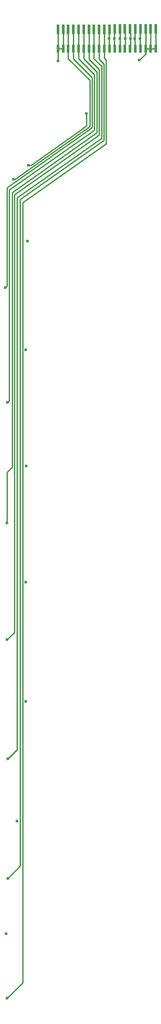
<source format=gbr>
%TF.GenerationSoftware,KiCad,Pcbnew,8.0.2*%
%TF.CreationDate,2025-02-04T18:07:00+01:00*%
%TF.ProjectId,FT25_AMS_VSENS,46543235-5f41-44d5-935f-5653454e532e,rev?*%
%TF.SameCoordinates,Original*%
%TF.FileFunction,Copper,L4,Bot*%
%TF.FilePolarity,Positive*%
%FSLAX46Y46*%
G04 Gerber Fmt 4.6, Leading zero omitted, Abs format (unit mm)*
G04 Created by KiCad (PCBNEW 8.0.2) date 2025-02-04 18:07:00*
%MOMM*%
%LPD*%
G01*
G04 APERTURE LIST*
%TA.AperFunction,SMDPad,CuDef*%
%ADD10R,0.600000X1.650000*%
%TD*%
%TA.AperFunction,SMDPad,CuDef*%
%ADD11R,0.600000X1.850000*%
%TD*%
%TA.AperFunction,ViaPad*%
%ADD12C,0.600000*%
%TD*%
%TA.AperFunction,Conductor*%
%ADD13C,0.250000*%
%TD*%
G04 APERTURE END LIST*
D10*
%TO.P,J19,1,1*%
%TO.N,GND*%
X226350000Y-45125000D03*
D11*
%TO.P,J19,2,2*%
X226350000Y-41325000D03*
D10*
%TO.P,J19,3,3*%
X225350000Y-45125000D03*
D11*
%TO.P,J19,4,4*%
X225350000Y-41325000D03*
D10*
%TO.P,J19,5,5*%
X224350000Y-45125000D03*
D11*
%TO.P,J19,6,6*%
X224350000Y-41325000D03*
D10*
%TO.P,J19,7,7*%
%TO.N,/V1*%
X223350000Y-45125000D03*
D11*
%TO.P,J19,8,8*%
X223350000Y-41325000D03*
D10*
%TO.P,J19,9,9*%
%TO.N,/V2*%
X222350000Y-45125000D03*
D11*
%TO.P,J19,10,10*%
X222350000Y-41325000D03*
D10*
%TO.P,J19,11,11*%
%TO.N,/V3*%
X221350000Y-45125000D03*
D11*
%TO.P,J19,12,12*%
X221350000Y-41325000D03*
D10*
%TO.P,J19,13,13*%
%TO.N,/V4*%
X220350000Y-45125000D03*
D11*
%TO.P,J19,14,14*%
X220350000Y-41325000D03*
D10*
%TO.P,J19,15,15*%
%TO.N,/V5*%
X219350000Y-45125000D03*
D11*
%TO.P,J19,16,16*%
X219350000Y-41325000D03*
D10*
%TO.P,J19,17,17*%
%TO.N,/V6*%
X218350000Y-45125000D03*
D11*
%TO.P,J19,18,18*%
X218350000Y-41325000D03*
D10*
%TO.P,J19,19,19*%
%TO.N,/V7*%
X217350000Y-45125000D03*
D11*
%TO.P,J19,20,20*%
X217350000Y-41375000D03*
D10*
%TO.P,J19,21,21*%
%TO.N,/V8*%
X216350000Y-45125000D03*
D11*
%TO.P,J19,22,22*%
X216350000Y-41375000D03*
D10*
%TO.P,J19,23,23*%
%TO.N,/V9*%
X215350000Y-45125000D03*
D11*
%TO.P,J19,24,24*%
X215350000Y-41375000D03*
D10*
%TO.P,J19,25,25*%
%TO.N,/V10*%
X214350000Y-45125000D03*
D11*
%TO.P,J19,26,26*%
X214350000Y-41375000D03*
D10*
%TO.P,J19,27,27*%
%TO.N,/V11*%
X213350000Y-45125000D03*
D11*
%TO.P,J19,28,28*%
X213350000Y-41375000D03*
D10*
%TO.P,J19,29,29*%
%TO.N,/V12*%
X212350000Y-45125000D03*
D11*
%TO.P,J19,30,30*%
X212350000Y-41375000D03*
D10*
%TO.P,J19,31,31*%
%TO.N,/V13*%
X211350000Y-45125000D03*
D11*
%TO.P,J19,32,32*%
X211350000Y-41375000D03*
D10*
%TO.P,J19,33,33*%
%TO.N,/V14*%
X210350000Y-45125000D03*
D11*
%TO.P,J19,34,34*%
X210350000Y-41375000D03*
D10*
%TO.P,J19,35,35*%
%TO.N,/V15*%
X209350000Y-45125000D03*
D11*
%TO.P,J19,36,36*%
X209350000Y-41375000D03*
D10*
%TO.P,J19,37,37*%
%TO.N,VBUS*%
X208350000Y-45125000D03*
D11*
%TO.P,J19,38,38*%
X208350000Y-41375000D03*
D10*
%TO.P,J19,39,39*%
X207350000Y-45125000D03*
D11*
%TO.P,J19,40,40*%
X207350000Y-41375000D03*
%TD*%
D12*
%TO.N,/V1*%
X201425000Y-82300000D03*
X223300000Y-43200000D03*
%TO.N,/V2*%
X201100000Y-103300000D03*
X222300000Y-43200000D03*
%TO.N,/V3*%
X221400000Y-43200000D03*
X201200000Y-125700000D03*
%TO.N,/V4*%
X201100000Y-148200000D03*
X220400000Y-43200000D03*
%TO.N,/V5*%
X219400000Y-43200000D03*
X201100000Y-171200000D03*
%TO.N,/V6*%
X218300000Y-43200000D03*
X199400000Y-194287500D03*
%TO.N,/V7*%
X197300000Y-216100000D03*
X217300000Y-43200000D03*
%TO.N,/V8*%
X197500000Y-228500000D03*
%TO.N,/V9*%
X197600000Y-205400000D03*
%TO.N,/V10*%
X197600000Y-182300000D03*
%TO.N,/V11*%
X197500000Y-159300000D03*
%TO.N,/V12*%
X197500000Y-136700000D03*
%TO.N,/V13*%
X197550000Y-113450000D03*
%TO.N,/V14*%
X197150000Y-91250000D03*
%TO.N,/V15*%
X198718423Y-70342190D03*
%TO.N,VBUS*%
X212900000Y-57650000D03*
X207350000Y-47500000D03*
X201605503Y-67621559D03*
%TO.N,GND*%
X223150000Y-47350000D03*
%TD*%
D13*
%TO.N,/V1*%
X223300000Y-41375000D02*
X223350000Y-41325000D01*
X223300000Y-43200000D02*
X223300000Y-45075000D01*
X223300000Y-45075000D02*
X223350000Y-45125000D01*
X223300000Y-43200000D02*
X223300000Y-41375000D01*
%TO.N,/V2*%
X222300000Y-41375000D02*
X222350000Y-41325000D01*
X222300000Y-43200000D02*
X222300000Y-45075000D01*
X222300000Y-45075000D02*
X222350000Y-45125000D01*
X222300000Y-43200000D02*
X222300000Y-41375000D01*
%TO.N,/V3*%
X221400000Y-43200000D02*
X221400000Y-41375000D01*
X221400000Y-41375000D02*
X221350000Y-41325000D01*
X221400000Y-45075000D02*
X221350000Y-45125000D01*
X221400000Y-43200000D02*
X221400000Y-45075000D01*
%TO.N,/V4*%
X220400000Y-43200000D02*
X220400000Y-45075000D01*
X220400000Y-43200000D02*
X220400000Y-41375000D01*
X220400000Y-45075000D02*
X220350000Y-45125000D01*
X220400000Y-41375000D02*
X220350000Y-41325000D01*
%TO.N,/V5*%
X219400000Y-41375000D02*
X219350000Y-41325000D01*
X219400000Y-43200000D02*
X219400000Y-41375000D01*
X219400000Y-43200000D02*
X219400000Y-45075000D01*
X219400000Y-45075000D02*
X219350000Y-45125000D01*
%TO.N,/V6*%
X218300000Y-43200000D02*
X218300000Y-41375000D01*
X218300000Y-41375000D02*
X218350000Y-41325000D01*
X218300000Y-45075000D02*
X218350000Y-45125000D01*
X218300000Y-43200000D02*
X218300000Y-45075000D01*
%TO.N,/V7*%
X217300000Y-41425000D02*
X217350000Y-41375000D01*
X217300000Y-43200000D02*
X217300000Y-45075000D01*
X217300000Y-45075000D02*
X217350000Y-45125000D01*
X217300000Y-43200000D02*
X217300000Y-41425000D01*
%TO.N,/V8*%
X200475000Y-74825000D02*
X216650000Y-63500000D01*
X216650000Y-63500000D02*
X216700000Y-63450000D01*
X216350000Y-45125000D02*
X216350000Y-41375000D01*
X200475000Y-225525000D02*
X200475000Y-74825000D01*
X216700000Y-47325000D02*
X216350000Y-46975000D01*
X216700000Y-63450000D02*
X216700000Y-47325000D01*
X216350000Y-46975000D02*
X216350000Y-45125000D01*
X197500000Y-228500000D02*
X200475000Y-225525000D01*
%TO.N,/V9*%
X197600000Y-205400000D02*
X200025000Y-202975000D01*
X200025000Y-74225000D02*
X200050000Y-74200000D01*
X215350000Y-45125000D02*
X215350000Y-41375000D01*
X200025000Y-202975000D02*
X200025000Y-74225000D01*
X216250000Y-48050000D02*
X215350000Y-47150000D01*
X216250000Y-62850000D02*
X216250000Y-48050000D01*
X200050000Y-74200000D02*
X216250000Y-62850000D01*
X215350000Y-47150000D02*
X215350000Y-45125000D01*
%TO.N,/V10*%
X214350000Y-45125000D02*
X214350000Y-41375000D01*
X199400000Y-73950000D02*
X199400000Y-180500000D01*
X215800000Y-48500000D02*
X215800000Y-62475000D01*
X199400000Y-180500000D02*
X197600000Y-182300000D01*
X214350000Y-45125000D02*
X214350000Y-47050000D01*
X215775000Y-62500000D02*
X199400000Y-73950000D01*
X215800000Y-62475000D02*
X215775000Y-62500000D01*
X214350000Y-47050000D02*
X215800000Y-48500000D01*
%TO.N,/V11*%
X213350000Y-47125000D02*
X213350000Y-45125000D01*
X215350000Y-61800000D02*
X215350000Y-49125000D01*
X215325000Y-61825000D02*
X215350000Y-61800000D01*
X213350000Y-45125000D02*
X213350000Y-41375000D01*
X198900000Y-157900000D02*
X198900000Y-73350000D01*
X198900000Y-73350000D02*
X215325000Y-61825000D01*
X197500000Y-159300000D02*
X198900000Y-157900000D01*
X215350000Y-49125000D02*
X213350000Y-47125000D01*
%TO.N,/V12*%
X212350000Y-45125000D02*
X212350000Y-41375000D01*
X198450000Y-76950000D02*
X198450000Y-125950000D01*
X198450000Y-72900000D02*
X214850000Y-61350000D01*
X197500000Y-126900000D02*
X197500000Y-136700000D01*
X198450000Y-77159188D02*
X198450000Y-77300000D01*
X212350000Y-45125000D02*
X212350000Y-47050000D01*
X198450000Y-77300000D02*
X198450000Y-72900000D01*
X214875000Y-49575000D02*
X214875000Y-61325000D01*
X214875000Y-61325000D02*
X214850000Y-61350000D01*
X198450000Y-125950000D02*
X197500000Y-126900000D01*
X212350000Y-47050000D02*
X214875000Y-49575000D01*
%TO.N,/V13*%
X197550000Y-113450000D02*
X197900000Y-113100000D01*
X214425000Y-60850000D02*
X214425000Y-50125000D01*
X211350000Y-47050000D02*
X211350000Y-45125000D01*
X197900000Y-72400000D02*
X214425000Y-60850000D01*
X197900000Y-113100000D02*
X197900000Y-72400000D01*
X214425000Y-50125000D02*
X211350000Y-47050000D01*
X211350000Y-45125000D02*
X211350000Y-41375000D01*
%TO.N,/V14*%
X197450000Y-90950000D02*
X197450000Y-72000000D01*
X213975000Y-50687500D02*
X210350000Y-47062500D01*
X197150000Y-91250000D02*
X197450000Y-90950000D01*
X213975000Y-60361396D02*
X213975000Y-50687500D01*
X210350000Y-45125000D02*
X210350000Y-41375000D01*
X197450000Y-72000000D02*
X213975000Y-60361396D01*
X210350000Y-47062500D02*
X210350000Y-45125000D01*
%TO.N,/V15*%
X212754195Y-60670805D02*
X213515109Y-60134891D01*
X209350000Y-47050000D02*
X209350000Y-45125000D01*
X198718423Y-70342190D02*
X199022339Y-70342190D01*
X213515109Y-60134891D02*
X213525000Y-60125000D01*
X213525000Y-60125000D02*
X213525000Y-51225000D01*
X199022339Y-70342190D02*
X212593020Y-60784321D01*
X209350000Y-45125000D02*
X209350000Y-41375000D01*
X212593020Y-60784321D02*
X212754195Y-60670805D01*
X213525000Y-51225000D02*
X209350000Y-47050000D01*
%TO.N,VBUS*%
X207350000Y-45125000D02*
X207350000Y-41375000D01*
X212163751Y-60536249D02*
X212486294Y-60309081D01*
X212900000Y-60017707D02*
X212900000Y-57650000D01*
X202103718Y-67621559D02*
X212163751Y-60536249D01*
X212486294Y-60309081D02*
X212900000Y-60017707D01*
X208350000Y-45125000D02*
X207350000Y-45125000D01*
X201605503Y-67621559D02*
X202103718Y-67621559D01*
X207350000Y-47500000D02*
X207350000Y-45125000D01*
X208350000Y-41375000D02*
X208350000Y-45125000D01*
%TO.N,GND*%
X226350000Y-45125000D02*
X226350000Y-41325000D01*
X224350000Y-46150000D02*
X224350000Y-45125000D01*
X224350000Y-45125000D02*
X224350000Y-41325000D01*
X225350000Y-45125000D02*
X225350000Y-41325000D01*
X225350000Y-45125000D02*
X224350000Y-45125000D01*
X223150000Y-47350000D02*
X224350000Y-46150000D01*
X225350000Y-45125000D02*
X226350000Y-45125000D01*
%TD*%
M02*

</source>
